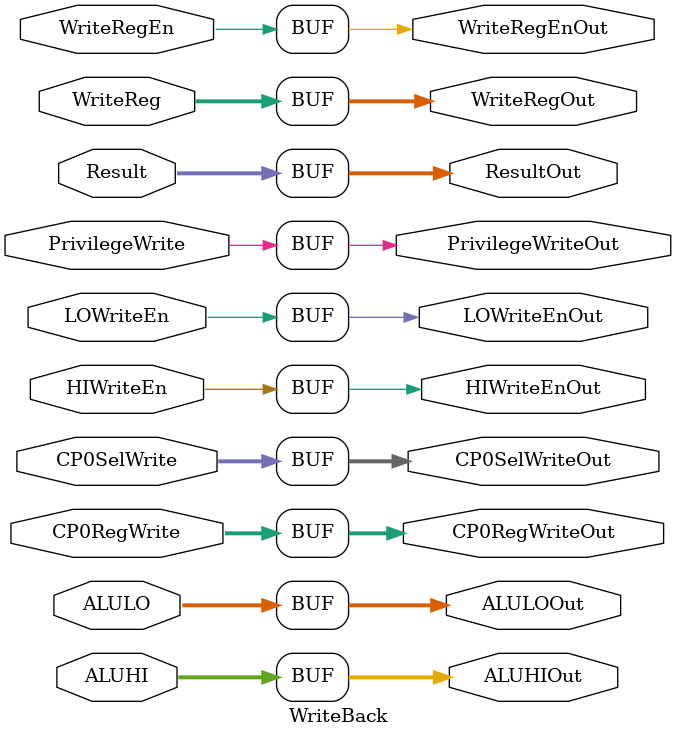
<source format=sv>
`include "MIPS.h"

module WriteBack(
        input logic PrivilegeWrite,
		input logic [4: 0] CP0RegWrite,
		input logic [2: 0] CP0SelWrite,
		input logic [31: 0] Result,
        output logic PrivilegeWriteOut,
		output logic [4: 0] CP0RegWriteOut,
		output logic [2: 0] CP0SelWriteOut,
		output logic [31: 0] ResultOut,

        input logic WriteRegEn,
		input logic [4: 0] WriteReg,
		input logic HIWriteEn, LOWriteEn,
        input logic [31: 0] ALUHI, ALULO,
        output logic WriteRegEnOut,
		output logic [4: 0] WriteRegOut,
		output logic HIWriteEnOut, LOWriteEnOut,
        output logic [31: 0] ALUHIOut, ALULOOut
    );

    assign PrivilegeWriteOut = PrivilegeWrite;
    assign CP0RegWriteOut = CP0RegWrite;
    assign CP0SelWriteOut = CP0SelWrite;
    assign ResultOut = Result;

    assign WriteRegEnOut = WriteRegEn;
    assign WriteRegOut = WriteReg;
    assign HIWriteEnOut = HIWriteEn;
    assign LOWriteEnOut = LOWriteEn;
    assign ALUHIOut = ALUHI;
    assign ALULOOut = ALULO;
endmodule

</source>
